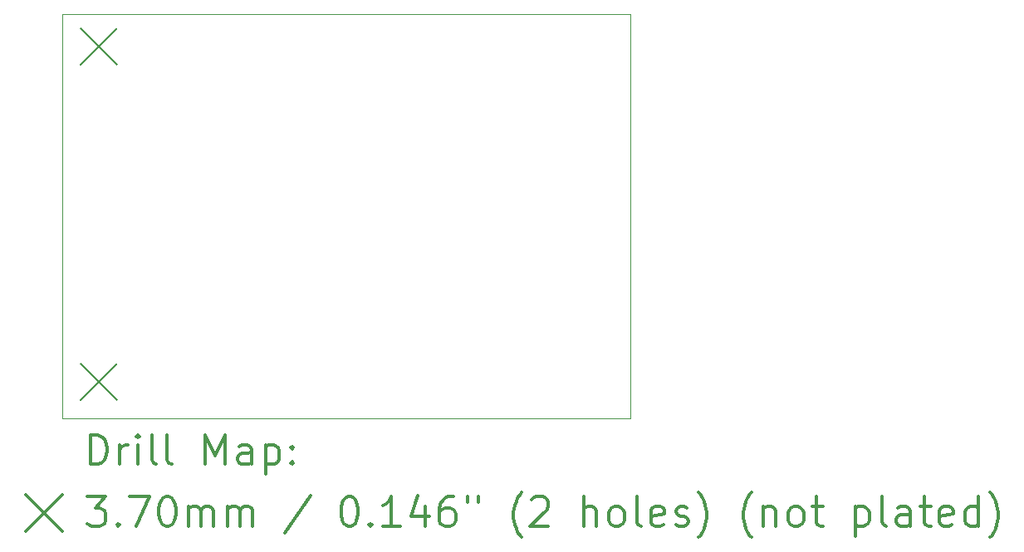
<source format=gbr>
%FSLAX45Y45*%
G04 Gerber Fmt 4.5, Leading zero omitted, Abs format (unit mm)*
G04 Created by KiCad (PCBNEW (5.1.0-165-g615c49315)) date 2019-04-12 11:42:47*
%MOMM*%
%LPD*%
G04 APERTURE LIST*
%ADD10C,0.100000*%
%ADD11C,0.200000*%
%ADD12C,0.300000*%
G04 APERTURE END LIST*
D10*
X10800000Y-10865000D02*
X5010000Y-10865000D01*
X10800000Y-14990000D02*
X10800000Y-10865000D01*
X5010000Y-14990000D02*
X10800000Y-14990000D01*
X5010000Y-10865000D02*
X5010000Y-14990000D01*
D11*
X5195840Y-11010240D02*
X5565840Y-11380240D01*
X5565840Y-11010240D02*
X5195840Y-11380240D01*
X5195840Y-14435430D02*
X5565840Y-14805430D01*
X5565840Y-14435430D02*
X5195840Y-14805430D01*
D12*
X5291428Y-15460714D02*
X5291428Y-15160714D01*
X5362857Y-15160714D01*
X5405714Y-15175000D01*
X5434286Y-15203571D01*
X5448571Y-15232143D01*
X5462857Y-15289286D01*
X5462857Y-15332143D01*
X5448571Y-15389286D01*
X5434286Y-15417857D01*
X5405714Y-15446429D01*
X5362857Y-15460714D01*
X5291428Y-15460714D01*
X5591428Y-15460714D02*
X5591428Y-15260714D01*
X5591428Y-15317857D02*
X5605714Y-15289286D01*
X5620000Y-15275000D01*
X5648571Y-15260714D01*
X5677143Y-15260714D01*
X5777143Y-15460714D02*
X5777143Y-15260714D01*
X5777143Y-15160714D02*
X5762857Y-15175000D01*
X5777143Y-15189286D01*
X5791428Y-15175000D01*
X5777143Y-15160714D01*
X5777143Y-15189286D01*
X5962857Y-15460714D02*
X5934286Y-15446429D01*
X5920000Y-15417857D01*
X5920000Y-15160714D01*
X6120000Y-15460714D02*
X6091428Y-15446429D01*
X6077143Y-15417857D01*
X6077143Y-15160714D01*
X6462857Y-15460714D02*
X6462857Y-15160714D01*
X6562857Y-15375000D01*
X6662857Y-15160714D01*
X6662857Y-15460714D01*
X6934286Y-15460714D02*
X6934286Y-15303571D01*
X6920000Y-15275000D01*
X6891428Y-15260714D01*
X6834286Y-15260714D01*
X6805714Y-15275000D01*
X6934286Y-15446429D02*
X6905714Y-15460714D01*
X6834286Y-15460714D01*
X6805714Y-15446429D01*
X6791428Y-15417857D01*
X6791428Y-15389286D01*
X6805714Y-15360714D01*
X6834286Y-15346429D01*
X6905714Y-15346429D01*
X6934286Y-15332143D01*
X7077143Y-15260714D02*
X7077143Y-15560714D01*
X7077143Y-15275000D02*
X7105714Y-15260714D01*
X7162857Y-15260714D01*
X7191428Y-15275000D01*
X7205714Y-15289286D01*
X7220000Y-15317857D01*
X7220000Y-15403571D01*
X7205714Y-15432143D01*
X7191428Y-15446429D01*
X7162857Y-15460714D01*
X7105714Y-15460714D01*
X7077143Y-15446429D01*
X7348571Y-15432143D02*
X7362857Y-15446429D01*
X7348571Y-15460714D01*
X7334286Y-15446429D01*
X7348571Y-15432143D01*
X7348571Y-15460714D01*
X7348571Y-15275000D02*
X7362857Y-15289286D01*
X7348571Y-15303571D01*
X7334286Y-15289286D01*
X7348571Y-15275000D01*
X7348571Y-15303571D01*
X4635000Y-15770000D02*
X5005000Y-16140000D01*
X5005000Y-15770000D02*
X4635000Y-16140000D01*
X5262857Y-15790714D02*
X5448571Y-15790714D01*
X5348571Y-15905000D01*
X5391428Y-15905000D01*
X5420000Y-15919286D01*
X5434286Y-15933571D01*
X5448571Y-15962143D01*
X5448571Y-16033571D01*
X5434286Y-16062143D01*
X5420000Y-16076429D01*
X5391428Y-16090714D01*
X5305714Y-16090714D01*
X5277143Y-16076429D01*
X5262857Y-16062143D01*
X5577143Y-16062143D02*
X5591428Y-16076429D01*
X5577143Y-16090714D01*
X5562857Y-16076429D01*
X5577143Y-16062143D01*
X5577143Y-16090714D01*
X5691428Y-15790714D02*
X5891428Y-15790714D01*
X5762857Y-16090714D01*
X6062857Y-15790714D02*
X6091428Y-15790714D01*
X6120000Y-15805000D01*
X6134286Y-15819286D01*
X6148571Y-15847857D01*
X6162857Y-15905000D01*
X6162857Y-15976429D01*
X6148571Y-16033571D01*
X6134286Y-16062143D01*
X6120000Y-16076429D01*
X6091428Y-16090714D01*
X6062857Y-16090714D01*
X6034286Y-16076429D01*
X6020000Y-16062143D01*
X6005714Y-16033571D01*
X5991428Y-15976429D01*
X5991428Y-15905000D01*
X6005714Y-15847857D01*
X6020000Y-15819286D01*
X6034286Y-15805000D01*
X6062857Y-15790714D01*
X6291428Y-16090714D02*
X6291428Y-15890714D01*
X6291428Y-15919286D02*
X6305714Y-15905000D01*
X6334286Y-15890714D01*
X6377143Y-15890714D01*
X6405714Y-15905000D01*
X6420000Y-15933571D01*
X6420000Y-16090714D01*
X6420000Y-15933571D02*
X6434286Y-15905000D01*
X6462857Y-15890714D01*
X6505714Y-15890714D01*
X6534286Y-15905000D01*
X6548571Y-15933571D01*
X6548571Y-16090714D01*
X6691428Y-16090714D02*
X6691428Y-15890714D01*
X6691428Y-15919286D02*
X6705714Y-15905000D01*
X6734286Y-15890714D01*
X6777143Y-15890714D01*
X6805714Y-15905000D01*
X6820000Y-15933571D01*
X6820000Y-16090714D01*
X6820000Y-15933571D02*
X6834286Y-15905000D01*
X6862857Y-15890714D01*
X6905714Y-15890714D01*
X6934286Y-15905000D01*
X6948571Y-15933571D01*
X6948571Y-16090714D01*
X7534286Y-15776429D02*
X7277143Y-16162143D01*
X7920000Y-15790714D02*
X7948571Y-15790714D01*
X7977143Y-15805000D01*
X7991428Y-15819286D01*
X8005714Y-15847857D01*
X8020000Y-15905000D01*
X8020000Y-15976429D01*
X8005714Y-16033571D01*
X7991428Y-16062143D01*
X7977143Y-16076429D01*
X7948571Y-16090714D01*
X7920000Y-16090714D01*
X7891428Y-16076429D01*
X7877143Y-16062143D01*
X7862857Y-16033571D01*
X7848571Y-15976429D01*
X7848571Y-15905000D01*
X7862857Y-15847857D01*
X7877143Y-15819286D01*
X7891428Y-15805000D01*
X7920000Y-15790714D01*
X8148571Y-16062143D02*
X8162857Y-16076429D01*
X8148571Y-16090714D01*
X8134286Y-16076429D01*
X8148571Y-16062143D01*
X8148571Y-16090714D01*
X8448571Y-16090714D02*
X8277143Y-16090714D01*
X8362857Y-16090714D02*
X8362857Y-15790714D01*
X8334286Y-15833571D01*
X8305714Y-15862143D01*
X8277143Y-15876429D01*
X8705714Y-15890714D02*
X8705714Y-16090714D01*
X8634286Y-15776429D02*
X8562857Y-15990714D01*
X8748571Y-15990714D01*
X8991428Y-15790714D02*
X8934286Y-15790714D01*
X8905714Y-15805000D01*
X8891428Y-15819286D01*
X8862857Y-15862143D01*
X8848571Y-15919286D01*
X8848571Y-16033571D01*
X8862857Y-16062143D01*
X8877143Y-16076429D01*
X8905714Y-16090714D01*
X8962857Y-16090714D01*
X8991428Y-16076429D01*
X9005714Y-16062143D01*
X9020000Y-16033571D01*
X9020000Y-15962143D01*
X9005714Y-15933571D01*
X8991428Y-15919286D01*
X8962857Y-15905000D01*
X8905714Y-15905000D01*
X8877143Y-15919286D01*
X8862857Y-15933571D01*
X8848571Y-15962143D01*
X9134286Y-15790714D02*
X9134286Y-15847857D01*
X9248571Y-15790714D02*
X9248571Y-15847857D01*
X9691428Y-16205000D02*
X9677143Y-16190714D01*
X9648571Y-16147857D01*
X9634286Y-16119286D01*
X9620000Y-16076429D01*
X9605714Y-16005000D01*
X9605714Y-15947857D01*
X9620000Y-15876429D01*
X9634286Y-15833571D01*
X9648571Y-15805000D01*
X9677143Y-15762143D01*
X9691428Y-15747857D01*
X9791428Y-15819286D02*
X9805714Y-15805000D01*
X9834286Y-15790714D01*
X9905714Y-15790714D01*
X9934286Y-15805000D01*
X9948571Y-15819286D01*
X9962857Y-15847857D01*
X9962857Y-15876429D01*
X9948571Y-15919286D01*
X9777143Y-16090714D01*
X9962857Y-16090714D01*
X10320000Y-16090714D02*
X10320000Y-15790714D01*
X10448571Y-16090714D02*
X10448571Y-15933571D01*
X10434286Y-15905000D01*
X10405714Y-15890714D01*
X10362857Y-15890714D01*
X10334286Y-15905000D01*
X10320000Y-15919286D01*
X10634286Y-16090714D02*
X10605714Y-16076429D01*
X10591428Y-16062143D01*
X10577143Y-16033571D01*
X10577143Y-15947857D01*
X10591428Y-15919286D01*
X10605714Y-15905000D01*
X10634286Y-15890714D01*
X10677143Y-15890714D01*
X10705714Y-15905000D01*
X10720000Y-15919286D01*
X10734286Y-15947857D01*
X10734286Y-16033571D01*
X10720000Y-16062143D01*
X10705714Y-16076429D01*
X10677143Y-16090714D01*
X10634286Y-16090714D01*
X10905714Y-16090714D02*
X10877143Y-16076429D01*
X10862857Y-16047857D01*
X10862857Y-15790714D01*
X11134286Y-16076429D02*
X11105714Y-16090714D01*
X11048571Y-16090714D01*
X11020000Y-16076429D01*
X11005714Y-16047857D01*
X11005714Y-15933571D01*
X11020000Y-15905000D01*
X11048571Y-15890714D01*
X11105714Y-15890714D01*
X11134286Y-15905000D01*
X11148571Y-15933571D01*
X11148571Y-15962143D01*
X11005714Y-15990714D01*
X11262857Y-16076429D02*
X11291428Y-16090714D01*
X11348571Y-16090714D01*
X11377143Y-16076429D01*
X11391428Y-16047857D01*
X11391428Y-16033571D01*
X11377143Y-16005000D01*
X11348571Y-15990714D01*
X11305714Y-15990714D01*
X11277143Y-15976429D01*
X11262857Y-15947857D01*
X11262857Y-15933571D01*
X11277143Y-15905000D01*
X11305714Y-15890714D01*
X11348571Y-15890714D01*
X11377143Y-15905000D01*
X11491428Y-16205000D02*
X11505714Y-16190714D01*
X11534286Y-16147857D01*
X11548571Y-16119286D01*
X11562857Y-16076429D01*
X11577143Y-16005000D01*
X11577143Y-15947857D01*
X11562857Y-15876429D01*
X11548571Y-15833571D01*
X11534286Y-15805000D01*
X11505714Y-15762143D01*
X11491428Y-15747857D01*
X12034286Y-16205000D02*
X12020000Y-16190714D01*
X11991428Y-16147857D01*
X11977143Y-16119286D01*
X11962857Y-16076429D01*
X11948571Y-16005000D01*
X11948571Y-15947857D01*
X11962857Y-15876429D01*
X11977143Y-15833571D01*
X11991428Y-15805000D01*
X12020000Y-15762143D01*
X12034286Y-15747857D01*
X12148571Y-15890714D02*
X12148571Y-16090714D01*
X12148571Y-15919286D02*
X12162857Y-15905000D01*
X12191428Y-15890714D01*
X12234286Y-15890714D01*
X12262857Y-15905000D01*
X12277143Y-15933571D01*
X12277143Y-16090714D01*
X12462857Y-16090714D02*
X12434286Y-16076429D01*
X12420000Y-16062143D01*
X12405714Y-16033571D01*
X12405714Y-15947857D01*
X12420000Y-15919286D01*
X12434286Y-15905000D01*
X12462857Y-15890714D01*
X12505714Y-15890714D01*
X12534286Y-15905000D01*
X12548571Y-15919286D01*
X12562857Y-15947857D01*
X12562857Y-16033571D01*
X12548571Y-16062143D01*
X12534286Y-16076429D01*
X12505714Y-16090714D01*
X12462857Y-16090714D01*
X12648571Y-15890714D02*
X12762857Y-15890714D01*
X12691428Y-15790714D02*
X12691428Y-16047857D01*
X12705714Y-16076429D01*
X12734286Y-16090714D01*
X12762857Y-16090714D01*
X13091428Y-15890714D02*
X13091428Y-16190714D01*
X13091428Y-15905000D02*
X13120000Y-15890714D01*
X13177143Y-15890714D01*
X13205714Y-15905000D01*
X13220000Y-15919286D01*
X13234286Y-15947857D01*
X13234286Y-16033571D01*
X13220000Y-16062143D01*
X13205714Y-16076429D01*
X13177143Y-16090714D01*
X13120000Y-16090714D01*
X13091428Y-16076429D01*
X13405714Y-16090714D02*
X13377143Y-16076429D01*
X13362857Y-16047857D01*
X13362857Y-15790714D01*
X13648571Y-16090714D02*
X13648571Y-15933571D01*
X13634286Y-15905000D01*
X13605714Y-15890714D01*
X13548571Y-15890714D01*
X13520000Y-15905000D01*
X13648571Y-16076429D02*
X13620000Y-16090714D01*
X13548571Y-16090714D01*
X13520000Y-16076429D01*
X13505714Y-16047857D01*
X13505714Y-16019286D01*
X13520000Y-15990714D01*
X13548571Y-15976429D01*
X13620000Y-15976429D01*
X13648571Y-15962143D01*
X13748571Y-15890714D02*
X13862857Y-15890714D01*
X13791428Y-15790714D02*
X13791428Y-16047857D01*
X13805714Y-16076429D01*
X13834286Y-16090714D01*
X13862857Y-16090714D01*
X14077143Y-16076429D02*
X14048571Y-16090714D01*
X13991428Y-16090714D01*
X13962857Y-16076429D01*
X13948571Y-16047857D01*
X13948571Y-15933571D01*
X13962857Y-15905000D01*
X13991428Y-15890714D01*
X14048571Y-15890714D01*
X14077143Y-15905000D01*
X14091428Y-15933571D01*
X14091428Y-15962143D01*
X13948571Y-15990714D01*
X14348571Y-16090714D02*
X14348571Y-15790714D01*
X14348571Y-16076429D02*
X14320000Y-16090714D01*
X14262857Y-16090714D01*
X14234286Y-16076429D01*
X14220000Y-16062143D01*
X14205714Y-16033571D01*
X14205714Y-15947857D01*
X14220000Y-15919286D01*
X14234286Y-15905000D01*
X14262857Y-15890714D01*
X14320000Y-15890714D01*
X14348571Y-15905000D01*
X14462857Y-16205000D02*
X14477143Y-16190714D01*
X14505714Y-16147857D01*
X14520000Y-16119286D01*
X14534286Y-16076429D01*
X14548571Y-16005000D01*
X14548571Y-15947857D01*
X14534286Y-15876429D01*
X14520000Y-15833571D01*
X14505714Y-15805000D01*
X14477143Y-15762143D01*
X14462857Y-15747857D01*
M02*

</source>
